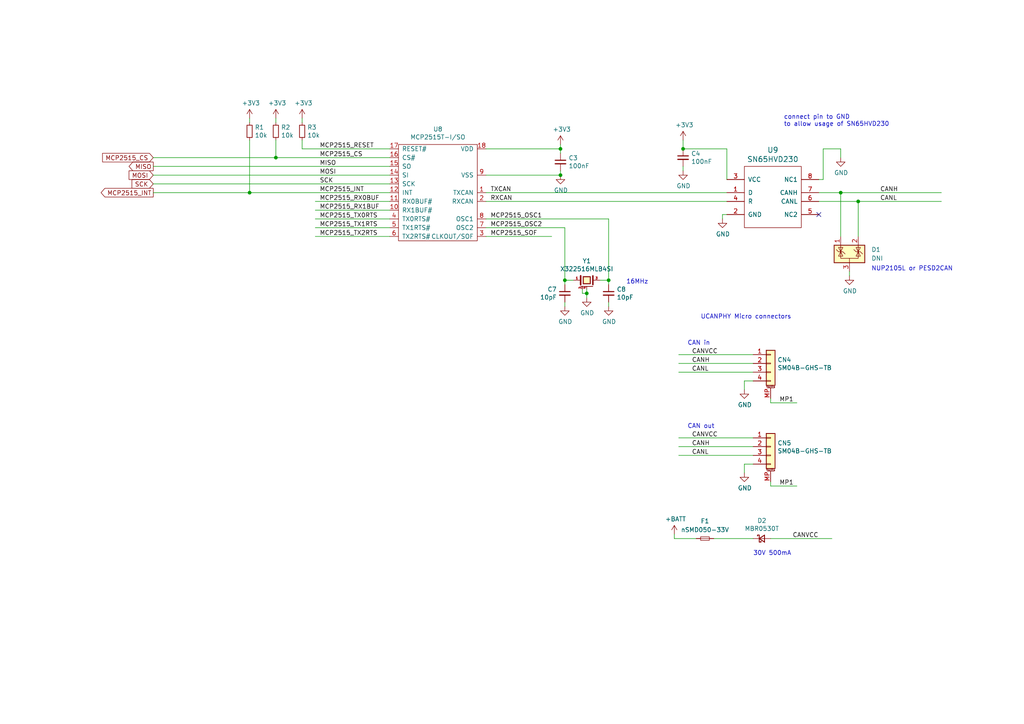
<source format=kicad_sch>
(kicad_sch (version 20211123) (generator eeschema)
  (paper "A4")
  (title_block (title "OpenCyphalPicoBase") (date "2023-08-09") (rev "0.3") (company "generationmake"))
  (lib_symbols
    (symbol "Connector_Generic_MountingPin:Conn_01x04_MountingPin" (pin_names (offset 1.016) hide)
      (property "Reference" "J" (at 0 5.08 0))
      (property "Value" "Conn_01x04_MountingPin" (at 1.27 -7.62 0))
      (symbol "Conn_01x04_MountingPin_1_1"
        (rectangle (start -1.27 -4.953) (end 0 -5.207) (stroke (width 0.1524)))
        (rectangle (start -1.27 -2.413) (end 0 -2.667) (stroke (width 0.1524)))
        (rectangle (start -1.27 0.127) (end 0 -0.127) (stroke (width 0.1524)))
        (rectangle (start -1.27 2.667) (end 0 2.413) (stroke (width 0.1524)))
        (rectangle (start -1.27 3.81) (end 1.27 -6.35) (stroke (width 0.254)) (fill (type background)))
        (polyline (pts (xy -1.016 -7.112) (xy 1.016 -7.112)) (stroke (width 0.1524)))
        (text "Mounting" (at 0 -6.731 0) (effects (font (size 0.381 0.381))))
        (pin passive line (at -5.08 2.54 0) (length 3.81) (name "Pin_1") (number "1"))
        (pin passive line (at -5.08 0 0) (length 3.81) (name "Pin_2") (number "2"))
        (pin passive line (at -5.08 -2.54 0) (length 3.81) (name "Pin_3") (number "3"))
        (pin passive line (at -5.08 -5.08 0) (length 3.81) (name "Pin_4") (number "4"))
        (pin passive line (at 0 -10.16 90) (length 3.048) (name "MountPin") (number "MP"))
      )
    )
    (symbol "Device:C_Small" (pin_numbers hide) (pin_names (offset 0.254) hide)
      (property "Reference" "C" (at 0.254 1.778 0))
      (property "Value" "C_Small" (at 0.254 -2.032 0))
      (symbol "C_Small_0_1"
        (polyline (pts (xy -1.524 -0.508) (xy 1.524 -0.508)) (stroke (width 0.3302)))
        (polyline (pts (xy -1.524 0.508) (xy 1.524 0.508)) (stroke (width 0.3048)))
      )
      (symbol "C_Small_1_1"
        (pin passive line (at 0 2.54 270) (length 2.032) (name "~") (number "1"))
        (pin passive line (at 0 -2.54 90) (length 2.032) (name "~") (number "2"))
      )
    )
    (symbol "Device:D_Schottky_Small" (pin_numbers hide) (pin_names (offset 0.254) hide)
      (property "Reference" "D" (at -1.27 2.032 0))
      (property "Value" "D_Schottky_Small" (at -7.112 -2.032 0))
      (symbol "D_Schottky_Small_0_1"
        (polyline (pts (xy -0.762 0) (xy 0.762 0)))
        (polyline (pts (xy 0.762 -1.016) (xy -0.762 0) (xy 0.762 1.016) (xy 0.762 -1.016)) (stroke (width 0.254)))
        (polyline (pts (xy -1.27 0.762) (xy -1.27 1.016) (xy -0.762 1.016) (xy -0.762 -1.016) (xy -0.254 -1.016) (xy -0.254 -0.762)) (stroke (width 0.254)))
      )
      (symbol "D_Schottky_Small_1_1"
        (pin passive line (at -2.54 0 0) (length 1.778) (name "K") (number "1"))
        (pin passive line (at 2.54 0 180) (length 1.778) (name "A") (number "2"))
      )
    )
    (symbol "Device:Fuse_Small" (pin_numbers hide) (pin_names (offset 0.254) hide)
      (property "Reference" "F" (at 0 -1.524 0))
      (property "Value" "Fuse_Small" (at 0 1.524 0))
      (symbol "Fuse_Small_0_1"
        (rectangle (start -1.27 0.508) (end 1.27 -0.508))
        (polyline (pts (xy -1.27 0) (xy 1.27 0)))
      )
      (symbol "Fuse_Small_1_1"
        (pin passive line (at -2.54 0 0) (length 1.27) (name "~") (number "1"))
        (pin passive line (at 2.54 0 180) (length 1.27) (name "~") (number "2"))
      )
    )
    (symbol "Device:R_Small" (pin_numbers hide) (pin_names (offset 0.254) hide)
      (property "Reference" "R" (at 0.762 0.508 0))
      (property "Value" "R_Small" (at 0.762 -1.016 0))
      (symbol "R_Small_0_1"
        (rectangle (start -0.762 1.778) (end 0.762 -1.778) (stroke (width 0.2032)))
      )
      (symbol "R_Small_1_1"
        (pin passive line (at 0 2.54 270) (length 0.762) (name "~") (number "1"))
        (pin passive line (at 0 -2.54 90) (length 0.762) (name "~") (number "2"))
      )
    )
    (symbol "OpenCyphalPicoBase-rescue:+3.3V-power-supply" (power) (pin_names (offset 0))
      (property "Value" "+3.3V-power-supply" (at 0 3.556 0))
      (symbol "+3.3V-power-supply_0_1"
        (polyline (pts (xy -0.762 1.27) (xy 0 2.54)))
        (polyline (pts (xy 0 0) (xy 0 2.54)))
        (polyline (pts (xy 0 2.54) (xy 0.762 1.27)))
      )
      (symbol "+3.3V-power-supply_1_1"
        (pin power_in line (at 0 0 90) (length 0) hide (name "+3V3") (number "1"))
      )
    )
    (symbol "OpenCyphalPicoBase-rescue:+BATT-power-supply" (power) (pin_names (offset 0))
      (property "Value" "+BATT-power-supply" (at 0 3.556 0))
      (symbol "+BATT-power-supply_0_1"
        (polyline (pts (xy -0.762 1.27) (xy 0 2.54)))
        (polyline (pts (xy 0 0) (xy 0 2.54)))
        (polyline (pts (xy 0 2.54) (xy 0.762 1.27)))
      )
      (symbol "+BATT-power-supply_1_1"
        (pin power_in line (at 0 0 90) (length 0) hide (name "+BATT") (number "1"))
      )
    )
    (symbol "OpenCyphalPicoBase-rescue:Crystal_SMD_4Pad-devices" (pin_names (offset 1.016) hide)
      (property "Reference" "Y" (at 0 2.286 0))
      (property "Value" "Crystal_SMD_4Pad-devices" (at 2.54 -2.54 0))
      (symbol "Crystal_SMD_4Pad-devices_0_1"
        (polyline (pts (xy -1.778 -1.778) (xy 1.778 -1.778)))
        (polyline (pts (xy -1.778 -1.778) (xy 1.778 -1.778)))
        (polyline (pts (xy -1.778 1.27) (xy -1.778 -1.27)) (stroke (width 0.4064)))
        (polyline (pts (xy -1.778 1.27) (xy -1.778 -1.27)) (stroke (width 0.4064)))
        (polyline (pts (xy 1.778 1.27) (xy 1.778 -1.27)) (stroke (width 0.4064)))
        (polyline (pts (xy -1.016 1.016) (xy 1.016 1.016) (xy 1.016 -1.016) (xy -1.016 -1.016) (xy -1.016 1.016)) (stroke (width 0.3048)) (fill (type background)))
      )
      (symbol "Crystal_SMD_4Pad-devices_1_1"
        (pin passive line (at -3.81 0 0) (length 1.905) (name "1") (number "1"))
        (pin passive line (at -1.27 -2.54 90) (length 0.7112) (name "case") (number "2"))
        (pin passive line (at 3.81 0 180) (length 1.905) (name "3") (number "3"))
        (pin passive line (at 0 -2.54 90) (length 0.7112) (name "case") (number "4"))
      )
    )
    (symbol "OpenCyphalPicoBase-rescue:GND-power-supply" (power) (pin_names (offset 0))
      (property "Value" "GND-power-supply" (at 0 -3.81 0))
      (symbol "GND-power-supply_0_1"
        (polyline (pts (xy 0 0) (xy 0 -1.27) (xy 1.27 -1.27) (xy 0 -2.54) (xy -1.27 -1.27) (xy 0 -1.27)))
      )
      (symbol "GND-power-supply_1_1"
        (pin power_in line (at 0 0 270) (length 0) hide (name "GND") (number "1"))
      )
    )
    (symbol "OpenCyphalPicoBase-rescue:MCP2515-IC_transceiver_can" (pin_names (offset 1.016))
      (property "Reference" "U" (at 0 15.24 0))
      (property "Value" "MCP2515-IC_transceiver_can" (at 0 -15.24 0))
      (symbol "MCP2515-IC_transceiver_can_0_1"
        (rectangle (start -11.43 13.97) (end 11.43 -13.97))
      )
      (symbol "MCP2515-IC_transceiver_can_1_1"
        (pin input line (at 13.97 0 180) (length 2.54) (name "TXCAN") (number "1"))
        (pin input line (at -13.97 -5.08 0) (length 2.54) (name "RX1BUF#") (number "10"))
        (pin input line (at -13.97 -2.54 0) (length 2.54) (name "RX0BUF#") (number "11"))
        (pin input line (at -13.97 0 0) (length 2.54) (name "INT") (number "12"))
        (pin input line (at -13.97 2.54 0) (length 2.54) (name "SCK") (number "13"))
        (pin input line (at -13.97 5.08 0) (length 2.54) (name "SI") (number "14"))
        (pin input line (at -13.97 7.62 0) (length 2.54) (name "SO") (number "15"))
        (pin input line (at -13.97 10.16 0) (length 2.54) (name "CS#") (number "16"))
        (pin input line (at -13.97 12.7 0) (length 2.54) (name "RESET#") (number "17"))
        (pin input line (at 13.97 12.7 180) (length 2.54) (name "VDD") (number "18"))
        (pin input line (at 13.97 -2.54 180) (length 2.54) (name "RXCAN") (number "2"))
        (pin input line (at 13.97 -12.7 180) (length 2.54) (name "CLKOUT/SOF") (number "3"))
        (pin input line (at -13.97 -7.62 0) (length 2.54) (name "TX0RTS#") (number "4"))
        (pin input line (at -13.97 -10.16 0) (length 2.54) (name "TX1RTS#") (number "5"))
        (pin input line (at -13.97 -12.7 0) (length 2.54) (name "TX2RTS#") (number "6"))
        (pin input line (at 13.97 -10.16 180) (length 2.54) (name "OSC2") (number "7"))
        (pin input line (at 13.97 -7.62 180) (length 2.54) (name "OSC1") (number "8"))
        (pin input line (at 13.97 5.08 180) (length 2.54) (name "VSS") (number "9"))
      )
    )
    (symbol "OpenCyphalPicoBase-rescue:SN65HVD232-CAN-transceiver" (pin_names (offset 1.016))
      (property "Reference" "U" (at 12.7 16.51 0))
      (property "Value" "SN65HVD232-CAN-transceiver" (at 12.7 1.27 0))
      (symbol "SN65HVD232-CAN-transceiver_0_1"
        (rectangle (start 5.08 17.78) (end 21.59 0))
      )
      (symbol "SN65HVD232-CAN-transceiver_1_1"
        (pin output line (at 0 10.16 0) (length 5.08) (name "D") (number "1"))
        (pin power_in line (at 0 3.81 0) (length 5.08) (name "GND") (number "2"))
        (pin power_in line (at 0 13.97 0) (length 5.08) (name "VCC") (number "3"))
        (pin input line (at 0 7.62 0) (length 5.08) (name "R") (number "4"))
        (pin bidirectional line (at 26.67 3.81 180) (length 5.08) (name "NC2") (number "5"))
        (pin bidirectional line (at 26.67 7.62 180) (length 5.08) (name "CANL") (number "6"))
        (pin bidirectional line (at 26.67 10.16 180) (length 5.08) (name "CANH") (number "7"))
        (pin bidirectional line (at 26.67 13.97 180) (length 5.08) (name "NC1") (number "8"))
      )
    )
    (symbol "Power_Protection:NUP2105L" (pin_names hide)
      (property "Reference" "D" (at 5.715 2.54 0))
      (property "Value" "NUP2105L" (at 5.715 0.635 0))
      (symbol "NUP2105L_0_0"
        (pin passive line (at 0 -5.08 90) (length 2.54) (name "A") (number "3"))
      )
      (symbol "NUP2105L_0_1"
        (rectangle (start -4.445 2.54) (end 4.445 -2.54) (stroke (width 0.254)) (fill (type background)))
        (polyline (pts (xy -2.54 2.54) (xy -2.54 0.635)))
        (polyline (pts (xy 0 -1.27) (xy 0 -2.54)))
        (polyline (pts (xy 2.54 2.54) (xy 2.54 0.635)))
        (polyline (pts (xy -3.81 1.27) (xy -3.175 0.635) (xy -1.905 0.635) (xy -1.27 0)))
        (polyline (pts (xy -2.54 0.635) (xy -2.54 -1.27) (xy 2.54 -1.27) (xy 2.54 0.635)))
        (polyline (pts (xy -2.54 0.635) (xy -1.905 -0.635) (xy -3.175 -0.635) (xy -2.54 0.635)))
        (polyline (pts (xy 2.54 0.635) (xy 1.905 -0.635) (xy 3.175 -0.635) (xy 2.54 0.635)))
        (polyline (pts (xy 2.54 0.635) (xy 3.175 1.905) (xy 1.905 1.905) (xy 2.54 0.635)))
        (polyline (pts (xy -2.54 0.635) (xy -3.175 1.905) (xy -1.905 1.905) (xy -2.54 0.635) (xy -2.54 1.27)))
        (polyline (pts (xy 1.27 1.27) (xy 1.905 0.635) (xy 2.54 0.635) (xy 3.175 0.635) (xy 3.81 0)))
      )
      (symbol "NUP2105L_1_1"
        (pin passive line (at -2.54 5.08 270) (length 2.54) (name "K") (number "1"))
        (pin passive line (at 2.54 5.08 270) (length 2.54) (name "K") (number "2"))
      )
    )
  )
  (junction (at 170.18 85.09))
  (junction (at 80.01 45.72))
  (junction (at 248.92 58.42))
  (junction (at 162.56 43.18))
  (junction (at 243.84 55.88))
  (junction (at 198.12 43.18))
  (junction (at 162.56 50.8))
  (junction (at 72.39 55.88))
  (junction (at 163.83 81.28))
  (junction (at 176.53 81.28))
  (no_connect (at 237.49 62.23))
  (wire (pts (xy 72.39 35.56) (xy 72.39 34.29)))
  (wire (pts (xy 218.44 134.62) (xy 215.9 134.62)))
  (wire (pts (xy 196.85 127) (xy 218.44 127)))
  (wire (pts (xy 44.45 45.72) (xy 80.01 45.72)))
  (wire (pts (xy 198.12 49.53) (xy 198.12 48.26)))
  (wire (pts (xy 140.97 63.5) (xy 176.53 63.5)))
  (wire (pts (xy 243.84 43.18) (xy 243.84 45.72)))
  (wire (pts (xy 140.97 50.8) (xy 162.56 50.8)))
  (wire (pts (xy 176.53 63.5) (xy 176.53 81.28)))
  (wire (pts (xy 80.01 40.64) (xy 80.01 45.72)))
  (wire (pts (xy 231.14 116.84) (xy 223.52 116.84)))
  (wire (pts (xy 168.91 83.82) (xy 168.91 85.09)))
  (wire (pts (xy 168.91 85.09) (xy 170.18 85.09)))
  (wire (pts (xy 87.63 43.18) (xy 113.03 43.18)))
  (wire (pts (xy 196.85 129.54) (xy 218.44 129.54)))
  (wire (pts (xy 44.45 50.8) (xy 113.03 50.8)))
  (wire (pts (xy 140.97 43.18) (xy 162.56 43.18)))
  (wire (pts (xy 237.49 58.42) (xy 248.92 58.42)))
  (wire (pts (xy 162.56 50.8) (xy 162.56 49.53)))
  (wire (pts (xy 160.02 68.58) (xy 140.97 68.58)))
  (wire (pts (xy 198.12 43.18) (xy 210.82 43.18)))
  (wire (pts (xy 218.44 110.49) (xy 215.9 110.49)))
  (wire (pts (xy 195.58 156.21) (xy 195.58 154.94)))
  (wire (pts (xy 241.3 156.21) (xy 223.52 156.21)))
  (wire (pts (xy 207.01 156.21) (xy 218.44 156.21)))
  (wire (pts (xy 223.52 116.84) (xy 223.52 115.57)))
  (wire (pts (xy 223.52 140.97) (xy 223.52 139.7)))
  (wire (pts (xy 91.44 58.42) (xy 113.03 58.42)))
  (wire (pts (xy 44.45 53.34) (xy 113.03 53.34)))
  (wire (pts (xy 91.44 68.58) (xy 113.03 68.58)))
  (wire (pts (xy 176.53 81.28) (xy 173.99 81.28)))
  (wire (pts (xy 176.53 87.63) (xy 176.53 88.9)))
  (wire (pts (xy 237.49 52.07) (xy 238.76 52.07)))
  (wire (pts (xy 87.63 35.56) (xy 87.63 34.29)))
  (wire (pts (xy 87.63 43.18) (xy 87.63 40.64)))
  (wire (pts (xy 210.82 62.23) (xy 209.55 62.23)))
  (wire (pts (xy 163.83 82.55) (xy 163.83 81.28)))
  (wire (pts (xy 72.39 55.88) (xy 113.03 55.88)))
  (wire (pts (xy 209.55 62.23) (xy 209.55 63.5)))
  (wire (pts (xy 248.92 58.42) (xy 273.05 58.42)))
  (wire (pts (xy 80.01 45.72) (xy 113.03 45.72)))
  (wire (pts (xy 196.85 132.08) (xy 218.44 132.08)))
  (wire (pts (xy 215.9 110.49) (xy 215.9 113.03)))
  (wire (pts (xy 176.53 82.55) (xy 176.53 81.28)))
  (wire (pts (xy 237.49 55.88) (xy 243.84 55.88)))
  (wire (pts (xy 91.44 66.04) (xy 113.03 66.04)))
  (wire (pts (xy 91.44 60.96) (xy 113.03 60.96)))
  (wire (pts (xy 91.44 63.5) (xy 113.03 63.5)))
  (wire (pts (xy 163.83 87.63) (xy 163.83 88.9)))
  (wire (pts (xy 196.85 105.41) (xy 218.44 105.41)))
  (wire (pts (xy 195.58 156.21) (xy 201.93 156.21)))
  (wire (pts (xy 210.82 43.18) (xy 210.82 52.07)))
  (wire (pts (xy 231.14 140.97) (xy 223.52 140.97)))
  (wire (pts (xy 72.39 40.64) (xy 72.39 55.88)))
  (wire (pts (xy 44.45 48.26) (xy 113.03 48.26)))
  (wire (pts (xy 162.56 44.45) (xy 162.56 43.18)))
  (wire (pts (xy 248.92 58.42) (xy 248.92 68.58)))
  (wire (pts (xy 238.76 43.18) (xy 243.84 43.18)))
  (wire (pts (xy 196.85 107.95) (xy 218.44 107.95)))
  (wire (pts (xy 44.45 55.88) (xy 72.39 55.88)))
  (wire (pts (xy 198.12 40.64) (xy 198.12 43.18)))
  (wire (pts (xy 140.97 66.04) (xy 163.83 66.04)))
  (wire (pts (xy 196.85 102.87) (xy 218.44 102.87)))
  (wire (pts (xy 170.18 83.82) (xy 170.18 85.09)))
  (wire (pts (xy 238.76 52.07) (xy 238.76 43.18)))
  (wire (pts (xy 80.01 35.56) (xy 80.01 34.29)))
  (wire (pts (xy 170.18 85.09) (xy 170.18 86.36)))
  (wire (pts (xy 243.84 55.88) (xy 273.05 55.88)))
  (wire (pts (xy 246.38 78.74) (xy 246.38 80.01)))
  (wire (pts (xy 163.83 81.28) (xy 166.37 81.28)))
  (wire (pts (xy 140.97 58.42) (xy 210.82 58.42)))
  (wire (pts (xy 215.9 134.62) (xy 215.9 137.16)))
  (wire (pts (xy 140.97 55.88) (xy 210.82 55.88)))
  (wire (pts (xy 243.84 55.88) (xy 243.84 68.58)))
  (wire (pts (xy 163.83 66.04) (xy 163.83 81.28)))
  (wire (pts (xy 162.56 43.18) (xy 162.56 41.91)))
  (text "16MHz" (at 181.61 82.55 0) (effects (font (size 1.27 1.27)) (justify left bottom)))
  (text "NUP2105L or PESD2CAN" (at 252.73 78.74 0) (effects (font (size 1.27 1.27)) (justify left bottom)))
  (text "connect pin to GND\nto allow usage of SN65HVD230" (at 227.33 36.83 0) (effects (font (size 1.27 1.27)) (justify left bottom)))
  (text "UCANPHY Micro connectors" (at 203.2 92.71 0) (effects (font (size 1.27 1.27)) (justify left bottom)))
  (text "30V 500mA" (at 218.44 161.29 0) (effects (font (size 1.27 1.27)) (justify left bottom)))
  (text "CAN in" (at 199.39 100.33 0) (effects (font (size 1.27 1.27)) (justify left bottom)))
  (text "CAN out" (at 199.39 124.46 0) (effects (font (size 1.27 1.27)) (justify left bottom)))
  (label "MCP2515_OSC1" (at 142.24 63.5 0))
  (label "CANH" (at 255.27 55.88 0))
  (label "CANVCC" (at 229.87 156.21 0))
  (label "CANVCC" (at 200.66 127 0))
  (label "MCP2515_TX1RTS" (at 92.71 66.04 0))
  (label "MCP2515_OSC2" (at 142.24 66.04 0))
  (label "MCP2515_INT" (at 92.71 55.88 0))
  (label "CANH" (at 200.66 105.41 0))
  (label "MCP2515_TX0RTS" (at 92.71 63.5 0))
  (label "CANL" (at 200.66 107.95 0))
  (label "TXCAN" (at 142.24 55.88 0))
  (label "RXCAN" (at 142.24 58.42 0))
  (label "MCP2515_RX1BUF" (at 92.71 60.96 0))
  (label "CANVCC" (at 200.66 102.87 0))
  (label "CANL" (at 200.66 132.08 0))
  (label "MISO" (at 92.71 48.26 0))
  (label "MCP2515_RX0BUF" (at 92.71 58.42 0))
  (label "SCK" (at 92.71 53.34 0))
  (label "MCP2515_TX2RTS" (at 92.71 68.58 0))
  (label "MCP2515_SOF" (at 142.24 68.58 0))
  (label "MP1" (at 226.06 116.84 0))
  (label "MCP2515_CS" (at 92.71 45.72 0))
  (label "CANH" (at 200.66 129.54 0))
  (label "CANL" (at 255.27 58.42 0))
  (label "MCP2515_RESET" (at 92.71 43.18 0))
  (label "MOSI" (at 92.71 50.8 0))
  (label "MP1" (at 226.06 140.97 0))
  (global_label "SCK" (shape input) (at 44.45 53.34 180) (property "Referenzen zwischen Schaltplänen" "${INTERSHEET_REFS}" (effects hide)))
  (global_label "MOSI" (shape input) (at 44.45 50.8 180) (property "Referenzen zwischen Schaltplänen" "${INTERSHEET_REFS}" (effects hide)))
  (global_label "MISO" (shape output) (at 44.45 48.26 180) (property "Referenzen zwischen Schaltplänen" "${INTERSHEET_REFS}" (effects hide)))
  (global_label "MCP2515_INT" (shape output) (at 44.45 55.88 180) (property "Referenzen zwischen Schaltplänen" "${INTERSHEET_REFS}" (effects hide)))
  (global_label "MCP2515_CS" (shape input) (at 44.45 45.72 180) (property "Referenzen zwischen Schaltplänen" "${INTERSHEET_REFS}" (effects hide)))
  (symbol (lib_id "OpenCyphalPicoBase-rescue:MCP2515-IC_transceiver_can") (at 127 55.88 0) (unit 1)
    (property "Reference" "U8" (at 127 37.465 0))
    (property "Value" "MCP2515T-I/SO" (at 127 39.7764 0))
    (property "Footprint" "Package_SO:SOIC-18W_7.5x11.6mm_P1.27mm" (effects hide))
    (property "LCSC" "C153782" (effects hide))
  )
  (symbol (lib_id "Device:C_Small") (at 162.56 46.99 0) (unit 1)
    (property "Reference" "C3" (at 164.8968 45.8216 0) (effects (justify left)))
    (property "Value" "100nF" (at 164.8968 48.133 0) (effects (justify left)))
    (property "Footprint" "Capacitor_SMD:C_0603_1608Metric" (effects hide))
    (property "LCSC" "C14663" (effects hide))
  )
  (symbol (lib_id "OpenCyphalPicoBase-rescue:+3.3V-power-supply") (at 162.56 41.91 0) (unit 1)
    (property "Reference" "#PWR025" (effects hide))
    (property "Value" "+3.3V" (at 162.941 37.5158 0))
  )
  (symbol (lib_id "OpenCyphalPicoBase-rescue:GND-power-supply") (at 162.56 50.8 0) (unit 1)
    (property "Reference" "#PWR026" (effects hide))
    (property "Value" "GND" (at 162.687 55.1942 0))
  )
  (symbol (lib_id "OpenCyphalPicoBase-rescue:Crystal_SMD_4Pad-devices") (at 170.18 81.28 0) (unit 1)
    (property "Reference" "Y1" (at 170.18 75.692 0))
    (property "Value" "X322516MLB4SI" (at 170.18 78.0034 0))
    (property "Footprint" "crystals:Crystal_SMD_3.2x2.5mm_4Pad" (effects hide))
    (property "LCSC" "C13738" (effects hide))
  )
  (symbol (lib_id "OpenCyphalPicoBase-rescue:GND-power-supply") (at 170.18 86.36 0) (unit 1)
    (property "Reference" "#PWR027" (effects hide))
    (property "Value" "GND" (at 170.307 90.7542 0))
  )
  (symbol (lib_id "Device:R_Small") (at 87.63 38.1 0) (unit 1)
    (property "Reference" "R3" (at 89.1286 36.9316 0) (effects (justify left)))
    (property "Value" "10k" (at 89.1286 39.243 0) (effects (justify left)))
    (property "Footprint" "Resistor_SMD:R_0603_1608Metric" (effects hide))
    (property "LCSC" "C25804" (effects hide))
  )
  (symbol (lib_id "OpenCyphalPicoBase-rescue:+3.3V-power-supply") (at 87.63 34.29 0) (unit 1)
    (property "Reference" "#PWR024" (effects hide))
    (property "Value" "+3.3V" (at 88.011 29.8958 0))
  )
  (symbol (lib_id "Device:R_Small") (at 80.01 38.1 0) (unit 1)
    (property "Reference" "R2" (at 81.5086 36.9316 0) (effects (justify left)))
    (property "Value" "10k" (at 81.5086 39.243 0) (effects (justify left)))
    (property "Footprint" "Resistor_SMD:R_0603_1608Metric" (effects hide))
    (property "LCSC" "C25804" (effects hide))
  )
  (symbol (lib_id "OpenCyphalPicoBase-rescue:+3.3V-power-supply") (at 80.01 34.29 0) (unit 1)
    (property "Reference" "#PWR023" (effects hide))
    (property "Value" "+3.3V" (at 80.391 29.8958 0))
  )
  (symbol (lib_id "Device:R_Small") (at 72.39 38.1 0) (unit 1)
    (property "Reference" "R1" (at 73.8886 36.9316 0) (effects (justify left)))
    (property "Value" "10k" (at 73.8886 39.243 0) (effects (justify left)))
    (property "Footprint" "Resistor_SMD:R_0603_1608Metric" (effects hide))
    (property "LCSC" "C25804" (effects hide))
  )
  (symbol (lib_id "OpenCyphalPicoBase-rescue:+3.3V-power-supply") (at 72.39 34.29 0) (unit 1)
    (property "Reference" "#PWR022" (effects hide))
    (property "Value" "+3.3V" (at 72.771 29.8958 0))
  )
  (symbol (lib_id "OpenCyphalPicoBase-rescue:SN65HVD232-CAN-transceiver") (at 210.82 66.04 0) (unit 1)
    (property "Reference" "U9" (at 224.155 43.5102 0) (effects (font (size 1.524 1.524))))
    (property "Value" "SN65HVD230" (at 224.155 46.2026 0) (effects (font (size 1.524 1.524))))
    (property "Footprint" "Package_SO:SOIC-8_3.9x4.9mm_P1.27mm" (effects hide))
    (property "LCSC" "C12084" (effects hide))
  )
  (symbol (lib_id "Device:C_Small") (at 198.12 45.72 0) (unit 1)
    (property "Reference" "C4" (at 200.4568 44.5516 0) (effects (justify left)))
    (property "Value" "100nF" (at 200.4568 46.863 0) (effects (justify left)))
    (property "Footprint" "Capacitor_SMD:C_0603_1608Metric" (effects hide))
    (property "LCSC" "C14663" (effects hide))
  )
  (symbol (lib_id "OpenCyphalPicoBase-rescue:+3.3V-power-supply") (at 198.12 40.64 0) (unit 1)
    (property "Reference" "#PWR028" (effects hide))
    (property "Value" "+3.3V" (at 198.501 36.2458 0))
  )
  (symbol (lib_id "OpenCyphalPicoBase-rescue:GND-power-supply") (at 198.12 49.53 0) (unit 1)
    (property "Reference" "#PWR029" (effects hide))
    (property "Value" "GND" (at 198.247 53.9242 0))
  )
  (symbol (lib_id "OpenCyphalPicoBase-rescue:GND-power-supply") (at 209.55 63.5 0) (unit 1)
    (property "Reference" "#PWR030" (effects hide))
    (property "Value" "GND" (at 209.677 67.8942 0))
  )
  (symbol (lib_id "Connector_Generic_MountingPin:Conn_01x04_MountingPin") (at 223.52 105.41 0) (unit 1)
    (property "Reference" "CN4" (at 225.5012 104.3686 0) (effects (justify left)))
    (property "Value" "SM04B-GHS-TB" (at 225.5012 106.68 0) (effects (justify left)))
    (property "Footprint" "Connector_JST:JST_GH_SM04B-GHS-TB_1x04-1MP_P1.25mm_Horizontal" (effects hide))
    (property "LCSC" "C189895" (effects hide))
  )
  (symbol (lib_id "OpenCyphalPicoBase-rescue:GND-power-supply") (at 215.9 113.03 0) (unit 1)
    (property "Reference" "#PWR036" (effects hide))
    (property "Value" "GND" (at 216.027 117.4242 0))
  )
  (symbol (lib_id "Connector_Generic_MountingPin:Conn_01x04_MountingPin") (at 223.52 129.54 0) (unit 1)
    (property "Reference" "CN5" (at 225.5012 128.4986 0) (effects (justify left)))
    (property "Value" "SM04B-GHS-TB" (at 225.5012 130.81 0) (effects (justify left)))
    (property "Footprint" "Connector_JST:JST_GH_SM04B-GHS-TB_1x04-1MP_P1.25mm_Horizontal" (effects hide))
    (property "LCSC" "C189895" (effects hide))
  )
  (symbol (lib_id "OpenCyphalPicoBase-rescue:GND-power-supply") (at 215.9 137.16 0) (unit 1)
    (property "Reference" "#PWR037" (effects hide))
    (property "Value" "GND" (at 216.027 141.5542 0))
  )
  (symbol (lib_id "Device:D_Schottky_Small") (at 220.98 156.21 0) (unit 1)
    (property "Reference" "D2" (at 220.98 151.003 0))
    (property "Value" "MBR0530T" (at 220.98 153.3144 0))
    (property "Footprint" "Diode_SMD:D_SOD-123" (effects hide))
    (property "LCSC" "C77336" (effects hide))
  )
  (symbol (lib_id "Device:C_Small") (at 176.53 85.09 0) (unit 1) (in_bom no)
    (property "Reference" "C8" (at 178.8668 83.9216 0) (effects (justify left)))
    (property "Value" "10pF" (at 178.8668 86.233 0) (effects (justify left)))
    (property "Footprint" "Capacitor_SMD:C_0603_1608Metric" (effects hide))
    (property "LCSC" "C1634" (effects hide))
  )
  (symbol (lib_id "Device:C_Small") (at 163.83 85.09 0) (mirror y) (unit 1) (in_bom no)
    (property "Reference" "C7" (at 161.4932 83.9216 0) (effects (justify left)))
    (property "Value" "10pF" (at 161.4932 86.233 0) (effects (justify left)))
    (property "Footprint" "Capacitor_SMD:C_0603_1608Metric" (effects hide))
    (property "LCSC" "C1634" (effects hide))
  )
  (symbol (lib_id "OpenCyphalPicoBase-rescue:GND-power-supply") (at 163.83 88.9 0) (unit 1)
    (property "Reference" "#PWR034" (effects hide))
    (property "Value" "GND" (at 163.957 93.2942 0))
  )
  (symbol (lib_id "OpenCyphalPicoBase-rescue:GND-power-supply") (at 176.53 88.9 0) (unit 1)
    (property "Reference" "#PWR035" (effects hide))
    (property "Value" "GND" (at 176.657 93.2942 0))
  )
  (symbol (lib_id "OpenCyphalPicoBase-rescue:+BATT-power-supply") (at 195.58 154.94 0) (unit 1)
    (property "Reference" "#PWR038" (effects hide))
    (property "Value" "+BATT" (at 195.961 150.5458 0))
  )
  (symbol (lib_id "OpenCyphalPicoBase-rescue:GND-power-supply") (at 243.84 45.72 0) (unit 1)
    (property "Reference" "#PWR0102" (effects hide))
    (property "Value" "GND" (at 243.967 50.1142 0))
  )
  (symbol (lib_id "OpenCyphalPicoBase-rescue:GND-power-supply") (at 246.38 80.01 0) (unit 1)
    (property "Reference" "#PWR020" (effects hide))
    (property "Value" "GND" (at 246.507 84.4042 0))
  )
  (symbol (lib_id "Power_Protection:NUP2105L") (at 246.38 73.66 0) (unit 1) (in_bom no)
    (property "Reference" "D1" (at 252.73 72.3899 0) (effects (justify left)))
    (property "Value" "DNI" (at 252.73 74.9299 0) (effects (justify left)))
    (property "Footprint" "Package_TO_SOT_SMD:SOT-23" (effects hide))
    (property "Datasheet" "http://www.onsemi.com/pub_link/Collateral/NUP2105L-D.PDF" (effects hide))
  )
  (symbol (lib_id "Device:Fuse_Small") (at 204.47 156.21 0) (unit 1)
    (property "Reference" "F1" (at 204.47 151.13 0))
    (property "Value" "nSMD050-33V" (at 204.47 153.67 0))
    (property "Footprint" "Fuse:Fuse_1206_3216Metric" (effects hide))
    (property "LCSC" "C70077" (effects hide))
  )
)
</source>
